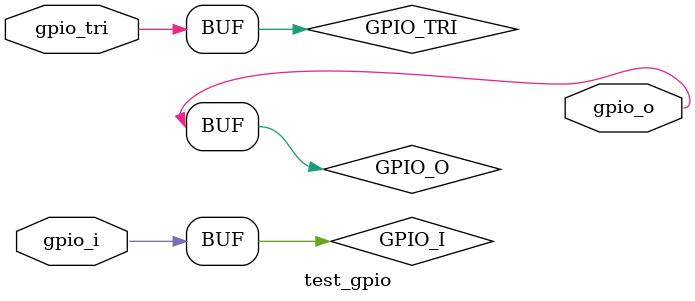
<source format=v>
`timescale 1ns / 1ps


module test_gpio(
	output gpio_o,
	input gpio_i,
	input gpio_tri
    );

reg GPIO_O;
wire GPIO_I;
wire GPIO_TRI;

assign GPIO_O = gpio_o;
assign GPIO_I = gpio_i;
assign GPIO_TRI = gpio_tri;


endmodule

</source>
